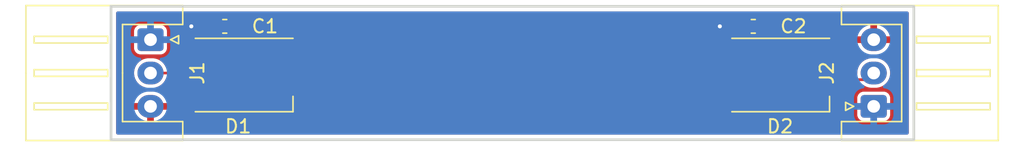
<source format=kicad_pcb>
(kicad_pcb (version 20240108) (generator "pcbnew") (generator_version "8.0")
  (layers (0 "F.Cu" signal) (31 "B.Cu" signal) (34 "B.Paste" user) (35 "F.Paste" user) (36 "B.SilkS" user "B.Silkscreen") (37 "F.SilkS" user "F.Silkscreen") (38 "B.Mask" user) (39 "F.Mask" user) (44 "Edge.Cuts" user))
  (net 0 "")
  (net 1 "+5V")
  (net 2 "GND")
  (net 3 "Net-(D1-DIN)")
  (net 5 "Net-(D2-DOUT)")
  (footprint "LED_SMD:LED_WS2812B_PLCC4_5.0x5.0mm_P3.2mm" (layer "F.Cu") (at 170.05 90.15)
    (property "Reference" "D2" (at -0.05 3.85 0) (layer "F.SilkS"))
    (property "Value" "WS2812B" (hide yes))
    (fp_line (start -3.65 -2.75) (end 3.65 -2.75) (stroke (width 0.12)) (layer "F.SilkS"))
    (fp_line (start -3.65 2.75) (end 3.65 2.75) (stroke (width 0.12)) (layer "F.SilkS"))
    (fp_line (start 3.65 2.75) (end 3.65 1.6) (stroke (width 0.12)) (layer "F.SilkS"))
    (pad "1" smd rect (at -2.45 -1.65) (size 1.5 0.9) (layers "F.Cu" "F.Paste" "F.Mask") (net 1 "+5V"))
    (pad "2" smd rect (at -2.45 1.65) (size 1.5 0.9) (layers "F.Cu" "F.Paste" "F.Mask") (net 5 "Net-(D2-DOUT)"))
    (pad "3" smd rect (at 2.45 1.65) (size 1.5 0.9) (layers "F.Cu" "F.Paste" "F.Mask") (net 2 "GND"))
    (pad "4" smd rect (at 2.45 -1.65) (size 1.5 0.9) (layers "F.Cu" "F.Paste" "F.Mask") (net 3 "Net-(D1-DIN)"))
  )
  (footprint "Capacitor_SMD:C_0603_1608Metric_Pad1.08x0.95mm_HandSolder" (layer "F.Cu") (at 128.5 86.5)
    (property "Reference" "C1" (at 3 0 0) (layer "F.SilkS"))
    (property "Value" "C")
    (fp_line (start -0.146267 -0.51) (end 0.146267 -0.51) (stroke (width 0.12)) (layer "F.SilkS"))
    (fp_line (start -0.146267 0.51) (end 0.146267 0.51) (stroke (width 0.12)) (layer "F.SilkS"))
    (pad "1" smd roundrect (at -0.8625 0) (size 1.075 0.95) (layers "F.Cu" "F.Paste" "F.Mask") (net 1 "+5V"))
    (pad "2" smd roundrect (at 0.8625 0) (size 1.075 0.95) (layers "F.Cu" "F.Paste" "F.Mask") (net 2 "GND"))
  )
  (footprint "Capacitor_SMD:C_0603_1608Metric_Pad1.08x0.95mm_HandSolder" (layer "F.Cu") (at 168 86.5)
    (property "Reference" "C2" (at 3 0 0) (layer "F.SilkS"))
    (property "Value" "C")
    (fp_line (start -0.146267 -0.51) (end 0.146267 -0.51) (stroke (width 0.12)) (layer "F.SilkS"))
    (fp_line (start -0.146267 0.51) (end 0.146267 0.51) (stroke (width 0.12)) (layer "F.SilkS"))
    (pad "1" smd roundrect (at -0.8625 0) (size 1.075 0.95) (layers "F.Cu" "F.Paste" "F.Mask") (net 1 "+5V"))
    (pad "2" smd roundrect (at 0.8625 0) (size 1.075 0.95) (layers "F.Cu" "F.Paste" "F.Mask") (net 2 "GND"))
  )
  (footprint "LED_SMD:LED_WS2812B_PLCC4_5.0x5.0mm_P3.2mm" (layer "F.Cu") (at 129.95 90.15)
    (property "Reference" "D1" (at -0.45 3.85 0) (layer "F.SilkS"))
    (property "Value" "WS2812B")
    (fp_line (start -3.65 -2.75) (end 3.65 -2.75) (stroke (width 0.12)) (layer "F.SilkS"))
    (fp_line (start -3.65 2.75) (end 3.65 2.75) (stroke (width 0.12)) (layer "F.SilkS"))
    (fp_line (start 3.65 2.75) (end 3.65 1.6) (stroke (width 0.12)) (layer "F.SilkS"))
    (pad "1" smd rect (at -2.45 -1.65) (size 1.5 0.9) (layers "F.Cu" "F.Paste" "F.Mask") (net 1 "+5V"))
    (pad "2" smd rect (at -2.45 1.65) (size 1.5 0.9) (layers "F.Cu" "F.Paste" "F.Mask"))
    (pad "3" smd rect (at 2.45 1.65) (size 1.5 0.9) (layers "F.Cu" "F.Paste" "F.Mask") (net 2 "GND"))
    (pad "4" smd rect (at 2.45 -1.65) (size 1.5 0.9) (layers "F.Cu" "F.Paste" "F.Mask") (net 3 "Net-(D1-DIN)"))
  )
  (footprint "Connector_JST:JST_XH_S3B-XH-A_1x03_P2.50mm_Horizontal" (layer "F.Cu") (at 177 92.5 90)
    (property "Reference" "J2" (at 2.5 -3.5 90) (layer "F.SilkS"))
    (property "Value" "Conn_01x03")
    (fp_line (start 7.56 -2.41) (end 6.14 -2.41) (stroke (width 0.12)) (layer "F.SilkS"))
    (fp_line (start 6.14 -2.41) (end 6.14 2.09) (stroke (width 0.12)) (layer "F.SilkS"))
    (fp_line (start -1.14 -2.41) (end -1.14 2.09) (stroke (width 0.12)) (layer "F.SilkS"))
    (fp_line (start -2.56 -2.41) (end -1.14 -2.41) (stroke (width 0.12)) (layer "F.SilkS"))
    (fp_line (start 0.3 -2.1) (end 0 -1.5) (stroke (width 0.12)) (layer "F.SilkS"))
    (fp_line (start -0.3 -2.1) (end 0.3 -2.1) (stroke (width 0.12)) (layer "F.SilkS"))
    (fp_line (start 0 -1.5) (end -0.3 -2.1) (stroke (width 0.12)) (layer "F.SilkS"))
    (fp_line (start 6.14 2.09) (end 2.5 2.09) (stroke (width 0.12)) (layer "F.SilkS"))
    (fp_line (start -1.14 2.09) (end 2.5 2.09) (stroke (width 0.12)) (layer "F.SilkS"))
    (fp_line (start 5.25 3.2) (end 4.75 3.2) (stroke (width 0.12)) (layer "F.SilkS"))
    (fp_line (start 4.75 3.2) (end 4.75 8.7) (stroke (width 0.12)) (layer "F.SilkS"))
    (fp_line (start 2.75 3.2) (end 2.25 3.2) (stroke (width 0.12)) (layer "F.SilkS"))
    (fp_line (start 2.25 3.2) (end 2.25 8.7) (stroke (width 0.12)) (layer "F.SilkS"))
    (fp_line (start 0.25 3.2) (end -0.25 3.2) (stroke (width 0.12)) (layer "F.SilkS"))
    (fp_line (start -0.25 3.2) (end -0.25 8.7) (stroke (width 0.12)) (layer "F.SilkS"))
    (fp_line (start 5.25 8.7) (end 5.25 3.2) (stroke (width 0.12)) (layer "F.SilkS"))
    (fp_line (start 4.75 8.7) (end 5.25 8.7) (stroke (width 0.12)) (layer "F.SilkS"))
    (fp_line (start 2.75 8.7) (end 2.75 3.2) (stroke (width 0.12)) (layer "F.SilkS"))
    (fp_line (start 2.25 8.7) (end 2.75 8.7) (stroke (width 0.12)) (layer "F.SilkS"))
    (fp_line (start 0.25 8.7) (end 0.25 3.2) (stroke (width 0.12)) (layer "F.SilkS"))
    (fp_line (start -0.25 8.7) (end 0.25 8.7) (stroke (width 0.12)) (layer "F.SilkS"))
    (fp_line (start 7.56 9.31) (end 7.56 -2.41) (stroke (width 0.12)) (layer "F.SilkS"))
    (fp_line (start 2.5 9.31) (end 7.56 9.31) (stroke (width 0.12)) (layer "F.SilkS"))
    (fp_line (start 2.5 9.31) (end -2.56 9.31) (stroke (width 0.12)) (layer "F.SilkS"))
    (fp_line (start -2.56 9.31) (end -2.56 -2.41) (stroke (width 0.12)) (layer "F.SilkS"))
    (pad "1" thru_hole roundrect (at 0 0 90) (size 1.7 1.95) (drill 0.95) (layers "*.Cu" "*.Mask") (roundrect_rratio 0.147059) (net 1 "+5V"))
    (pad "2" thru_hole oval (at 2.5 0 90) (size 1.7 1.95) (drill 0.95) (layers "*.Cu" "*.Mask") (net 5 "Net-(D2-DOUT)"))
    (pad "3" thru_hole oval (at 5 0 90) (size 1.7 1.95) (drill 0.95) (layers "*.Cu" "*.Mask") (net 2 "GND"))
  )
  (footprint "Connector_JST:JST_XH_S3B-XH-A_1x03_P2.50mm_Horizontal" (layer "F.Cu") (at 122.95 87.5 -90)
    (property "Reference" "J1" (at 2.5 -3.5 90) (layer "F.SilkS"))
    (property "Value" "Conn_01x03")
    (fp_line (start -2.56 9.31) (end -2.56 -2.41) (stroke (width 0.12)) (layer "F.SilkS"))
    (fp_line (start 2.5 9.31) (end -2.56 9.31) (stroke (width 0.12)) (layer "F.SilkS"))
    (fp_line (start 2.5 9.31) (end 7.56 9.31) (stroke (width 0.12)) (layer "F.SilkS"))
    (fp_line (start 7.56 9.31) (end 7.56 -2.41) (stroke (width 0.12)) (layer "F.SilkS"))
    (fp_line (start -0.25 8.7) (end 0.25 8.7) (stroke (width 0.12)) (layer "F.SilkS"))
    (fp_line (start 0.25 8.7) (end 0.25 3.2) (stroke (width 0.12)) (layer "F.SilkS"))
    (fp_line (start 2.25 8.7) (end 2.75 8.7) (stroke (width 0.12)) (layer "F.SilkS"))
    (fp_line (start 2.75 8.7) (end 2.75 3.2) (stroke (width 0.12)) (layer "F.SilkS"))
    (fp_line (start 4.75 8.7) (end 5.25 8.7) (stroke (width 0.12)) (layer "F.SilkS"))
    (fp_line (start 5.25 8.7) (end 5.25 3.2) (stroke (width 0.12)) (layer "F.SilkS"))
    (fp_line (start -0.25 3.2) (end -0.25 8.7) (stroke (width 0.12)) (layer "F.SilkS"))
    (fp_line (start 0.25 3.2) (end -0.25 3.2) (stroke (width 0.12)) (layer "F.SilkS"))
    (fp_line (start 2.25 3.2) (end 2.25 8.7) (stroke (width 0.12)) (layer "F.SilkS"))
    (fp_line (start 2.75 3.2) (end 2.25 3.2) (stroke (width 0.12)) (layer "F.SilkS"))
    (fp_line (start 4.75 3.2) (end 4.75 8.7) (stroke (width 0.12)) (layer "F.SilkS"))
    (fp_line (start 5.25 3.2) (end 4.75 3.2) (stroke (width 0.12)) (layer "F.SilkS"))
    (fp_line (start -1.14 2.09) (end 2.5 2.09) (stroke (width 0.12)) (layer "F.SilkS"))
    (fp_line (start 6.14 2.09) (end 2.5 2.09) (stroke (width 0.12)) (layer "F.SilkS"))
    (fp_line (start 0 -1.5) (end -0.3 -2.1) (stroke (width 0.12)) (layer "F.SilkS"))
    (fp_line (start -0.3 -2.1) (end 0.3 -2.1) (stroke (width 0.12)) (layer "F.SilkS"))
    (fp_line (start 0.3 -2.1) (end 0 -1.5) (stroke (width 0.12)) (layer "F.SilkS"))
    (fp_line (start -2.56 -2.41) (end -1.14 -2.41) (stroke (width 0.12)) (layer "F.SilkS"))
    (fp_line (start -1.14 -2.41) (end -1.14 2.09) (stroke (width 0.12)) (layer "F.SilkS"))
    (fp_line (start 6.14 -2.41) (end 6.14 2.09) (stroke (width 0.12)) (layer "F.SilkS"))
    (fp_line (start 7.56 -2.41) (end 6.14 -2.41) (stroke (width 0.12)) (layer "F.SilkS"))
    (pad "1" thru_hole roundrect (at 0 0 270) (size 1.7 1.95) (drill 0.95) (layers "*.Cu" "*.Mask") (roundrect_rratio 0.147059) (net 1 "+5V"))
    (pad "2" thru_hole oval (at 2.5 0 270) (size 1.7 1.95) (drill 0.95) (layers "*.Cu" "*.Mask") (net 3 "Net-(D1-DIN)"))
    (pad "3" thru_hole oval (at 5 0 270) (size 1.7 1.95) (drill 0.95) (layers "*.Cu" "*.Mask") (net 2 "GND"))
  )
  (gr_rect (start 120 85) (end 180 95) (stroke (width 0.2)) (fill none) (layer "Edge.Cuts"))
  (segment (start 127.5 88.5) (end 127.5 86.6375) (width 0.4) (layer "F.Cu") (net 1))
  (segment (start 167.1375 86.5) (end 165.5 86.5) (width 0.4) (layer "F.Cu") (net 1))
  (segment (start 127.5 86.6375) (end 127.6375 86.5) (width 0.4) (layer "F.Cu") (net 1))
  (segment (start 167.6 88.5) (end 167.6 86.9625) (width 0.4) (layer "F.Cu") (net 1))
  (segment (start 127.6375 86.5) (end 126 86.5) (width 0.4) (layer "F.Cu") (net 1))
  (segment (start 167.6 86.9625) (end 167.1375 86.5) (width 0.4) (layer "F.Cu") (net 1))
  (via (at 165.5 86.5) (size 0.6) (drill 0.3) (layers "F.Cu" "B.Cu") (net 1))
  (via (at 126 86.5) (size 0.6) (drill 0.3) (layers "F.Cu" "B.Cu") (net 1))
  (segment (start 131 90) (end 171 90) (width 0.2) (layer "F.Cu") (net 3))
  (segment (start 131 90) (end 132.4 88.6) (width 0.2) (layer "F.Cu") (net 3))
  (segment (start 171 90) (end 172.5 88.5) (width 0.2) (layer "F.Cu") (net 3))
  (segment (start 132.4 88.6) (end 132.4 88.5) (width 0.2) (layer "F.Cu") (net 3))
  (segment (start 122.95 90) (end 131 90) (width 0.2) (layer "F.Cu") (net 3))
  (segment (start 167.6 91.8) (end 168.9 90.5) (width 0.2) (layer "F.Cu") (net 5))
  (segment (start 176.5 90.5) (end 177 90) (width 0.2) (layer "F.Cu") (net 5))
  (segment (start 168.9 90.5) (end 176.5 90.5) (width 0.2) (layer "F.Cu") (net 5))
  (zone (net 2) (net_name "GND") (layer "F.Cu") (connect_pads (clearance 0.254)) (min_thickness 0.254) (fill yes (thermal_gap 0.381) (thermal_bridge_width 0.5))
    (polygon (pts (xy 120 85) (xy 120 95) (xy 180 95) (xy 180 85)))
  )
  (zone (net 1) (net_name "+5V") (layer "B.Cu") (connect_pads (clearance 0.254)) (min_thickness 0.254) (fill yes (thermal_gap 0.5) (thermal_bridge_width 0.5))
    (polygon (pts (xy 120 85) (xy 120 95) (xy 180 95) (xy 180 85)))
  )
)
</source>
